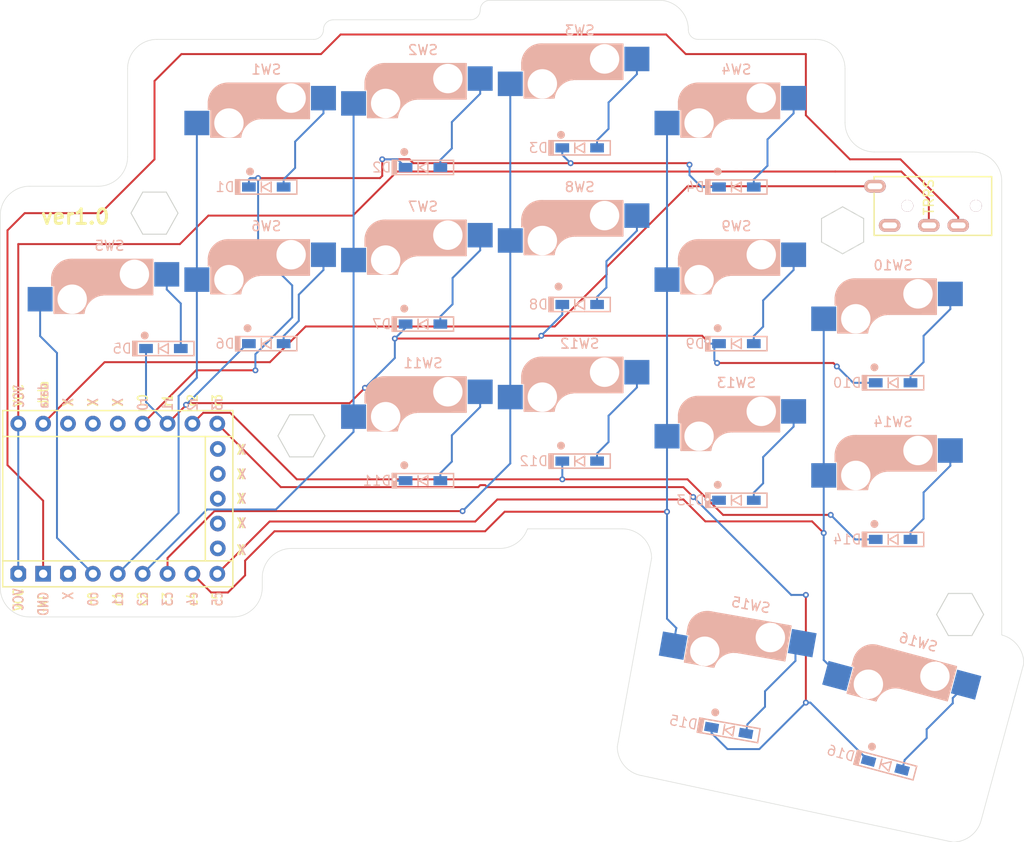
<source format=kicad_pcb>
(kicad_pcb (version 20241229) (generator "pcbnew") (generator_version "9.0")
  (layers (0 "F.Cu" signal) (2 "B.Cu" signal) (13 "F.Paste" user) (15 "B.Paste" user) (5 "F.SilkS" user "F.Silkscreen") (7 "B.SilkS" user "B.Silkscreen") (1 "F.Mask" user) (3 "B.Mask" user) (25 "Edge.Cuts" user))
  (net 0 "")
  (net 1 "row0")
  (net 2 "Net-(D1-A)")
  (net 3 "Net-(D2-A)")
  (net 4 "Net-(D3-A)")
  (net 5 "Net-(D4-A)")
  (net 6 "row1")
  (net 7 "Net-(D5-A)")
  (net 8 "Net-(D6-A)")
  (net 9 "Net-(D7-A)")
  (net 10 "Net-(D8-A)")
  (net 11 "Net-(D9-A)")
  (net 12 "Net-(D10-A)")
  (net 13 "row2")
  (net 14 "Net-(D11-A)")
  (net 15 "Net-(D12-A)")
  (net 16 "Net-(D13-A)")
  (net 17 "Net-(D14-A)")
  (net 18 "Net-(D15-A)")
  (net 19 "row3")
  (net 20 "Net-(D16-A)")
  (net 21 "data")
  (net 23 "GND")
  (net 24 "VCC")
  (net 25 "col2")
  (net 26 "col3")
  (net 27 "col4")
  (net 28 "col0")
  (net 29 "col1")
  (net 30 "col5")
  (footprint "isw-kbd:Diode_SMD" (layer "F.Cu") (at 142.158 78.08)
    (property "Reference" "D8")
    (property "Value" "D" (hide yes))
  )
  (footprint "isw-kbd:Diode_SMD" (layer "F.Cu") (at 158.158 66.08)
    (property "Reference" "D4")
    (property "Value" "D" (hide yes))
  )
  (footprint "kbd_Hole:m2_Spacer_Hole_hex" (layer "F.Cu") (at 181 109.75)
    (property "Reference" "Ref**")
    (property "Value" "Val**")
    (fp_line (start -2.4 0) (end -1.2 2.15) (stroke (width 0.1)) (layer "Edge.Cuts"))
    (fp_line (start -1.2 -2.15) (end -2.4 0) (stroke (width 0.1)) (layer "Edge.Cuts"))
    (fp_line (start -1.2 2.15) (end 1.2 2.15) (stroke (width 0.1)) (layer "Edge.Cuts"))
    (fp_line (start 1.2 -2.15) (end -1.2 -2.15) (stroke (width 0.1)) (layer "Edge.Cuts"))
    (fp_line (start 1.2 2.15) (end 2.4 0) (stroke (width 0.1)) (layer "Edge.Cuts"))
    (fp_line (start 2.4 0) (end 1.2 -2.15) (stroke (width 0.1)) (layer "Edge.Cuts"))
  )
  (footprint "takashicompany:CherryMX_Hotswap_16m" (layer "F.Cu") (at 94.158 80.08)
    (property "Reference" "SW5")
    (property "Value" "SW_PUSH" (hide yes))
  )
  (footprint "takashicompany:CherryMX_Hotswap_16m" (layer "F.Cu") (at 126.158 92.08)
    (property "Reference" "SW11")
    (property "Value" "SW_PUSH" (hide yes))
  )
  (footprint "takashicompany:CherryMX_Hotswap_16m" (layer "F.Cu") (at 142.158 74.08)
    (property "Reference" "SW8")
    (property "Value" "SW_PUSH" (hide yes))
  )
  (footprint "takashicompany:CherryMX_Hotswap_16m" (layer "F.Cu") (at 174.158 98.08)
    (property "Reference" "SW14")
    (property "Value" "SW_PUSH" (hide yes))
  )
  (footprint "takashicompany:CherryMX_Hotswap_16m" (layer "F.Cu") (at 142.158 90.08)
    (property "Reference" "SW12")
    (property "Value" "SW_PUSH" (hide yes))
  )
  (footprint "isw-kbd:Diode_SMD" (layer "F.Cu") (at 158.158 98.08)
    (property "Reference" "D13")
    (property "Value" "D" (hide yes))
  )
  (footprint "isw-kbd:Diode_SMD" (layer "F.Cu") (at 110.158 66.08)
    (property "Reference" "D1")
    (property "Value" "D" (hide yes))
  )
  (footprint "isw-kbd:Diode_SMD" (layer "F.Cu") (at 126.158 80.08)
    (property "Reference" "D7")
    (property "Value" "D" (hide yes))
  )
  (footprint "isw-kbd:Diode_SMD" (layer "F.Cu") (at 142.158 62.08)
    (property "Reference" "D3")
    (property "Value" "D" (hide yes))
  )
  (footprint "kbd_Hole:m2_Spacer_Hole_hex" (layer "F.Cu") (at 169 70.5 -90)
    (property "Reference" "Ref**")
    (property "Value" "Val**")
    (fp_line (start -1.2 2.15) (end 1.2 2.15) (stroke (width 0.1)) (layer "Edge.Cuts"))
    (fp_line (start 1.2 2.15) (end 2.4 0) (stroke (width 0.1)) (layer "Edge.Cuts"))
    (fp_line (start -2.4 0) (end -1.2 2.15) (stroke (width 0.1)) (layer "Edge.Cuts"))
    (fp_line (start 2.4 0) (end 1.2 -2.15) (stroke (width 0.1)) (layer "Edge.Cuts"))
    (fp_line (start -1.2 -2.15) (end -2.4 0) (stroke (width 0.1)) (layer "Edge.Cuts"))
    (fp_line (start 1.2 -2.15) (end -1.2 -2.15) (stroke (width 0.1)) (layer "Edge.Cuts"))
  )
  (footprint "isw-kbd:RP2040-Zero" (layer "F.Cu") (at 95 97.92 90)
    (property "Reference" "U1" (hide yes))
    (property "Value" "RP2040-Zero" (hide yes))
  )
  (footprint "kbd_Hole:m2_Spacer_Hole_hex" (layer "F.Cu") (at 113.75 91.5)
    (property "Reference" "Ref**")
    (property "Value" "Val**")
    (fp_line (start -2.4 0) (end -1.2 2.15) (stroke (width 0.1)) (layer "Edge.Cuts"))
    (fp_line (start -1.2 -2.15) (end -2.4 0) (stroke (width 0.1)) (layer "Edge.Cuts"))
    (fp_line (start -1.2 2.15) (end 1.2 2.15) (stroke (width 0.1)) (layer "Edge.Cuts"))
    (fp_line (start 1.2 -2.15) (end -1.2 -2.15) (stroke (width 0.1)) (layer "Edge.Cuts"))
    (fp_line (start 1.2 2.15) (end 2.4 0) (stroke (width 0.1)) (layer "Edge.Cuts"))
    (fp_line (start 2.4 0) (end 1.2 -2.15) (stroke (width 0.1)) (layer "Edge.Cuts"))
  )
  (footprint "takashicompany:CherryMX_Hotswap_16m" (layer "F.Cu") (at 126.158 76.08)
    (property "Reference" "SW7")
    (property "Value" "SW_PUSH" (hide yes))
  )
  (footprint "isw-kbd:Diode_SMD" (layer "F.Cu") (at 174.158 86.08)
    (property "Reference" "D10")
    (property "Value" "D" (hide yes))
  )
  (footprint "kbd_Hole:m2_Spacer_Hole_hex" (layer "F.Cu") (at 98.75 68.75)
    (property "Reference" "Ref**")
    (property "Value" "Val**")
    (fp_line (start -2.4 0) (end -1.2 2.15) (stroke (width 0.1)) (layer "Edge.Cuts"))
    (fp_line (start -1.2 -2.15) (end -2.4 0) (stroke (width 0.1)) (layer "Edge.Cuts"))
    (fp_line (start -1.2 2.15) (end 1.2 2.15) (stroke (width 0.1)) (layer "Edge.Cuts"))
    (fp_line (start 1.2 -2.15) (end -1.2 -2.15) (stroke (width 0.1)) (layer "Edge.Cuts"))
    (fp_line (start 1.2 2.15) (end 2.4 0) (stroke (width 0.1)) (layer "Edge.Cuts"))
    (fp_line (start 2.4 0) (end 1.2 -2.15) (stroke (width 0.1)) (layer "Edge.Cuts"))
  )
  (footprint "takashicompany:CherryMX_Hotswap_16m" (layer "F.Cu") (at 158.158 78.08)
    (property "Reference" "SW9")
    (property "Value" "SW_PUSH" (hide yes))
  )
  (footprint "isw-kbd:Diode_SMD" (layer "F.Cu") (at 173.3628 125.1444 -15)
    (property "Reference" "D16")
    (property "Value" "D" (hide yes))
  )
  (footprint "takashicompany:CherryMX_Hotswap_16m" (layer "F.Cu") (at 158.158 62.08)
    (property "Reference" "SW4")
    (property "Value" "SW_PUSH" (hide yes))
  )
  (footprint "takashicompany:CherryMX_Hotswap_16m" (layer "F.Cu") (at 158.158 94.08)
    (property "Reference" "SW13")
    (property "Value" "SW_PUSH" (hide yes))
  )
  (footprint "takashicompany:CherryMX_Hotswap_16m" (layer "F.Cu") (at 126.158 60.08)
    (property "Reference" "SW2")
    (property "Value" "SW_PUSH" (hide yes))
  )
  (footprint "isw-kbd:Diode_SMD" (layer "F.Cu") (at 174.158 102.08)
    (property "Reference" "D14")
    (property "Value" "D" (hide yes))
  )
  (footprint "takashicompany:CherryMX_Hotswap_16m" (layer "F.Cu") (at 110.158 78.08)
    (property "Reference" "SW6")
    (property "Value" "SW_PUSH" (hide yes))
  )
  (footprint "takashicompany:CherryMX_Hotswap_16m" (layer "F.Cu") (at 110.158 62.08)
    (property "Reference" "SW1")
    (property "Value" "SW_PUSH" (hide yes))
  )
  (footprint "takashicompany:CherryMX_Hotswap_16m" (layer "F.Cu") (at 158.2417 116.6666 -10)
    (property "Reference" "SW15")
    (property "Value" "SW_PUSH" (hide yes))
  )
  (footprint "takashicompany:CherryMX_Hotswap_16m" (layer "F.Cu") (at 142.158 58.08)
    (property "Reference" "SW3")
    (property "Value" "SW_PUSH" (hide yes))
  )
  (footprint "isw-kbd:Diode_SMD" (layer "F.Cu") (at 158.158 82.08)
    (property "Reference" "D9")
    (property "Value" "D" (hide yes))
  )
  (footprint "isw-kbd:Diode_SMD" (layer "F.Cu") (at 110.158 82.08)
    (property "Reference" "D6")
    (property "Value" "D" (hide yes))
  )
  (footprint "isw-kbd:Diode_SMD" (layer "F.Cu") (at 157.3734 121.5906 -10)
    (property "Reference" "D15")
    (property "Value" "D" (hide yes))
  )
  (footprint "isw-kbd:Diode_SMD" (layer "F.Cu") (at 126.158 64.08)
    (property "Reference" "D2")
    (property "Value" "D" (hide yes))
  )
  (footprint "isw-kbd:Diode_SMD" (layer "F.Cu") (at 126.158 96.08)
    (property "Reference" "D11")
    (property "Value" "D" (hide yes))
  )
  (footprint "takashicompany:CherryMX_Hotswap_16m" (layer "F.Cu") (at 174.158 82.08)
    (property "Reference" "SW10")
    (property "Value" "SW_PUSH" (hide yes))
  )
  (footprint "takashicompany:CherryMX_Hotswap_16m" (layer "F.Cu") (at 174.6569 120.3148 -15)
    (property "Reference" "SW16")
    (property "Value" "SW_PUSH" (hide yes))
  )
  (footprint "isw-kbd:Diode_SMD" (layer "F.Cu") (at 142.158 94.08)
    (property "Reference" "D12")
    (property "Value" "D" (hide yes))
  )
  (footprint "isw-kbd:Diode_SMD" (layer "F.Cu") (at 99.658 82.58)
    (property "Reference" "D5")
    (property "Value" "D" (hide yes))
  )
  (footprint "kbd_Parts:TRRS_MJ-4PP-9" (layer "B.Cu") (at 178.10575 68 90)
    (property "Reference" "J1")
    (property "Value" "MJ-4PP-9_BL_kai" (hide yes))
  )
  (gr_circle (center 140.25 92.5) (end 140.5 92.75) (stroke (width 0.1)) (fill yes) (layer "B.SilkS"))
  (gr_circle (center 124.25 78.5) (end 124.5 78.75) (stroke (width 0.1)) (fill yes) (layer "B.SilkS"))
  (gr_circle (center 156.25 64.5) (end 156.5 64.75) (stroke (width 0.1)) (fill yes) (layer "B.SilkS"))
  (gr_circle (center 172 123.25) (end 172.25 123.5) (stroke (width 0.1)) (fill yes) (layer "B.SilkS"))
  (gr_circle (center 140.25 60.75) (end 140.5 61) (stroke (width 0.1)) (fill yes) (layer "B.SilkS"))
  (gr_circle (center 124.25 94.5) (end 124.5 94.75) (stroke (width 0.1)) (fill yes) (layer "B.SilkS"))
  (gr_circle (center 156.25 80.5) (end 156.5 80.75) (stroke (width 0.1)) (fill yes) (layer "B.SilkS"))
  (gr_circle (center 108.25 80.5) (end 108.5 80.75) (stroke (width 0.1)) (fill yes) (layer "B.SilkS"))
  (gr_circle (center 156.25 96.5) (end 156.5 96.75) (stroke (width 0.1)) (fill yes) (layer "B.SilkS"))
  (gr_circle (center 172.25 100.5) (end 172.5 100.75) (stroke (width 0.1)) (fill yes) (layer "B.SilkS"))
  (gr_circle (center 172.25 84.5) (end 172.5 84.75) (stroke (width 0.1)) (fill yes) (layer "B.SilkS"))
  (gr_circle (center 140 76.25) (end 140.25 76.5) (stroke (width 0.1)) (fill yes) (layer "B.SilkS"))
  (gr_circle (center 108.5 64.5) (end 108.75 64.75) (stroke (width 0.1)) (fill yes) (layer "B.SilkS"))
  (gr_circle (center 156 119.75) (end 156.25 120) (stroke (width 0.1)) (fill yes) (layer "B.SilkS"))
  (gr_circle (center 124.25 62.5) (end 124.5 62.75) (stroke (width 0.1)) (fill yes) (layer "B.SilkS"))
  (gr_circle (center 97.75 81.25) (end 98 81.5) (stroke (width 0.1)) (fill yes) (layer "B.SilkS"))
  (gr_line (start 166.25 51) (end 154.25 51) (stroke (width 0.05)) (layer "Edge.Cuts"))
  (gr_arc (start 182.25 62.5) (mid 184.37132 63.37868) (end 185.25 65.5) (stroke (width 0.05)) (layer "Edge.Cuts"))
  (gr_arc (start 136.828427 101) (mid 135.732051 102.44949) (end 134 103) (stroke (width 0.05)) (layer "Edge.Cuts"))
  (gr_line (start 109.75 107) (end 109.75 106) (stroke (width 0.05)) (layer "Edge.Cuts"))
  (gr_arc (start 154.25 51) (mid 153.542893 50.707107) (end 153.25 50) (stroke (width 0.05)) (layer "Edge.Cuts"))
  (gr_line (start 146 123.25) (end 149.5 104) (stroke (width 0.05)) (layer "Edge.Cuts"))
  (gr_line (start 148.463344 126.20161) (end 180.25 133) (stroke (width 0.05)) (layer "Edge.Cuts"))
  (gr_arc (start 183.160428 130.727607) (mid 182.096237 132.364617) (end 180.25 133) (stroke (width 0.05)) (layer "Edge.Cuts"))
  (gr_arc (start 185.250002 111.845262) (mid 186.87171 112.912883) (end 187.500001 114.75) (stroke (width 0.05)) (layer "Edge.Cuts"))
  (gr_arc (start 148.463344 126.20161) (mid 146.696745 125.172243) (end 146 123.25) (stroke (width 0.05)) (layer "Edge.Cuts"))
  (gr_line (start 96 54) (end 96 63) (stroke (width 0.05)) (layer "Edge.Cuts"))
  (gr_arc (start 116 50) (mid 116.292893 49.292893) (end 117 49) (stroke (width 0.05)) (layer "Edge.Cuts"))
  (gr_arc (start 166.25 51) (mid 168.37132 51.87868) (end 169.25 54) (stroke (width 0.05)) (layer "Edge.Cuts"))
  (gr_line (start 83 69) (end 83 107) (stroke (width 0.05)) (layer "Edge.Cuts"))
  (gr_arc (start 96 63) (mid 95.12132 65.12132) (end 93 66) (stroke (width 0.05)) (layer "Edge.Cuts"))
  (gr_line (start 86 66) (end 93 66) (stroke (width 0.05)) (layer "Edge.Cuts"))
  (gr_arc (start 96 54) (mid 96.87868 51.87868) (end 99 51) (stroke (width 0.05)) (layer "Edge.Cuts"))
  (gr_line (start 185.25 65.5) (end 185.25 111.839572) (stroke (width 0.05)) (layer "Edge.Cuts"))
  (gr_arc (start 150.25 47) (mid 152.37132 47.87868) (end 153.25 50) (stroke (width 0.05)) (layer "Edge.Cuts"))
  (gr_arc (start 83 69) (mid 83.87868 66.87868) (end 86 66) (stroke (width 0.05)) (layer "Edge.Cuts"))
  (gr_arc (start 132 48) (mid 132.292893 47.292893) (end 133 47) (stroke (width 0.05)) (layer "Edge.Cuts"))
  (gr_line (start 99 51) (end 115 51) (stroke (width 0.05)) (layer "Edge.Cuts"))
  (gr_arc (start 132 48) (mid 131.707107 48.707107) (end 131 49) (stroke (width 0.05)) (layer "Edge.Cuts"))
  (gr_line (start 133 47) (end 150.25 47) (stroke (width 0.05)) (layer "Edge.Cuts"))
  (gr_arc (start 146.5 101) (mid 148.62132 101.87868) (end 149.5 104) (stroke (width 0.05)) (layer "Edge.Cuts"))
  (gr_line (start 136.828426 101) (end 146.5 101) (stroke (width 0.05)) (layer "Edge.Cuts"))
  (gr_arc (start 116 50) (mid 115.707107 50.707107) (end 115 51) (stroke (width 0.05)) (layer "Edge.Cuts"))
  (gr_line (start 183.160428 130.727604) (end 187.500001 114.75) (stroke (width 0.05)) (layer "Edge.Cuts"))
  (gr_line (start 117 49) (end 131 49) (stroke (width 0.05)) (layer "Edge.Cuts"))
  (gr_arc (start 172.25 62.5) (mid 170.12868 61.62132) (end 169.25 59.5) (stroke (width 0.05)) (layer "Edge.Cuts"))
  (gr_line (start 169.25 54) (end 169.25 59.5) (stroke (width 0.05)) (layer "Edge.Cuts"))
  (gr_line (start 172.25 62.5) (end 182.25 62.5) (stroke (width 0.05)) (layer "Edge.Cuts"))
  (gr_arc (start 109.75 107) (mid 108.87132 109.12132) (end 106.75 110) (stroke (width 0.05)) (layer "Edge.Cuts"))
  (gr_arc (start 86 110) (mid 83.87868 109.12132) (end 83 107) (stroke (width 0.05)) (layer "Edge.Cuts"))
  (gr_line (start 86 110) (end 106.75 110) (stroke (width 0.05)) (layer "Edge.Cuts"))
  (gr_arc (start 109.75 106) (mid 110.62868 103.87868) (end 112.75 103) (stroke (width 0.05)) (layer "Edge.Cuts"))
  (gr_line (start 112.75 103) (end 134 103) (stroke (width 0.05)) (layer "Edge.Cuts"))
  (gr_text "ver1.0" (at 87 70 0) (layer "F.SilkS") (effects (font (size 1.5 1.5) (thickness 0.3) (bold yes)) (justify left bottom)))
  (segment (start 122 63.25) (end 122 64.9395) (width 0.2) (layer "F.Cu") (net 1))
  (segment (start 109.0502 84.8061) (end 102.9839 84.8061) (width 0.2) (layer "F.Cu") (net 1))
  (segment (start 153.3708 63.7999) (end 153.2146 63.6437) (width 0.2) (layer "F.Cu") (net 1))
  (segment (start 153.2146 63.6437) (end 141.2343 63.6437) (width 0.2) (layer "F.Cu") (net 1))
  (segment (start 122 63.25) (end 124.7757 63.25) (width 0.2) (layer "F.Cu") (net 1))
  (segment (start 125.1694 63.6437) (end 141.2343 63.6437) (width 0.2) (layer "F.Cu") (net 1))
  (segment (start 102.9839 84.8061) (end 97.54 90.25) (width 0.2) (layer "F.Cu") (net 1))
  (segment (start 121.7708 65.1687) (end 109.3278 65.1687) (width 0.2) (layer "F.Cu") (net 1))
  (segment (start 122 64.9395) (end 121.7708 65.1687) (width 0.2) (layer "F.Cu") (net 1))
  (segment (start 124.7757 63.25) (end 125.1694 63.6437) (width 0.2) (layer "F.Cu") (net 1))
  (via (at 109.0502 84.8061) (size 0.6) (drill 0.3) (layers "F.Cu" "B.Cu") (net 1))
  (via (at 109.3278 65.1687) (size 0.6) (drill 0.3) (layers "F.Cu" "B.Cu") (net 1))
  (via (at 141.2343 63.6437) (size 0.6) (drill 0.3) (layers "F.Cu" "B.Cu") (net 1))
  (via (at 153.3708 63.7999) (size 0.6) (drill 0.3) (layers "F.Cu" "B.Cu") (net 1))
  (via (at 122 63.25) (size 0.6) (drill 0.3) (layers "F.Cu" "B.Cu") (net 1))
  (segment (start 156.383 66.08) (end 154.58 66.08) (width 0.2) (layer "B.Cu") (net 1))
  (segment (start 112.8073 79.4057) (end 109.0502 83.1628) (width 0.2) (layer "B.Cu") (net 1))
  (segment (start 108.383 65.3033) (end 108.383 66.08) (width 0.2) (layer "B.Cu") (net 1))
  (segment (start 109.3278 65.1687) (end 108.5176 65.1687) (width 0.2) (layer "B.Cu") (net 1))
  (segment (start 109.0502 83.1628) (end 109.0502 84.8061) (width 0.2) (layer "B.Cu") (net 1))
  (segment (start 109.3278 72.6531) (end 112.8073 76.1326) (width 0.2) (layer "B.Cu") (net 1))
  (segment (start 108.5176 65.1687) (end 108.383 65.3033) (width 0.2) (layer "B.Cu") (net 1))
  (segment (start 153.3708 64.8708) (end 153.3708 63.7999) (width 0.2) (layer "B.Cu") (net 1))
  (segment (start 140.383 62.08) (end 140.383 62.7558) (width 0.2) (layer "B.Cu") (net 1))
  (segment (start 123.553 63.25) (end 124.383 64.08) (width 0.2) (layer "B.Cu") (net 1))
  (segment (start 140.383 62.7558) (end 140.383 62.7924) (width 0.2) (layer "B.Cu") (net 1))
  (segment (start 109.3278 65.1687) (end 109.3278 72.6531) (width 0.2) (layer "B.Cu") (net 1))
  (segment (start 112.8073 76.1326) (end 112.8073 79.4057) (width 0.2) (layer "B.Cu") (net 1))
  (segment (start 140.383 62.7924) (end 141.2343 63.6437) (width 0.2) (layer "B.Cu") (net 1))
  (segment (start 122 63.25) (end 123.553 63.25) (width 0.2) (layer "B.Cu") (net 1))
  (segment (start 154.58 66.08) (end 153.3708 64.8708) (width 0.2) (layer "B.Cu") (net 1))
  (segment (start 111.933 66.08) (end 111.933 65.3033) (width 0.2) (layer "B.Cu") (net 2))
  (segment (start 113.1065 61.4452) (end 116 58.5517) (width 0.2) (layer "B.Cu") (net 2))
  (segment (start 113.1065 64.1298) (end 113.1065 61.4452) (width 0.2) (layer "B.Cu") (net 2))
  (segment (start 116 57) (end 116 58.5517) (width 0.2) (layer "B.Cu") (net 2))
  (segment (start 111.933 65.3033) (end 113.1065 64.1298) (width 0.2) (layer "B.Cu") (net 2))
  (segment (start 127.933 63.3033) (end 129.1065 62.1298) (width 0.2) (layer "B.Cu") (net 3))
  (segment (start 129.1065 59.4452) (end 132 56.5517) (width 0.2) (layer "B.Cu") (net 3))
  (segment (start 132 55) (end 132 56.5517) (width 0.2) (layer "B.Cu") (net 3))
  (segment (start 129.1065 62.1298) (end 129.1065 59.4452) (width 0.2) (layer "B.Cu") (net 3))
  (segment (start 127.933 64.08) (end 127.933 63.3033) (width 0.2) (layer "B.Cu") (net 3))
  (segment (start 148 53) (end 148 54.5517) (width 0.2) (layer "B.Cu") (net 4))
  (segment (start 145.1065 60.1298) (end 145.1065 57.4452) (width 0.2) (layer "B.Cu") (net 4))
  (segment (start 143.933 62.08) (end 143.933 61.3033) (width 0.2) (layer "B.Cu") (net 4))
  (segment (start 143.933 61.3033) (end 145.1065 60.1298) (width 0.2) (layer "B.Cu") (net 4))
  (segment (start 145.1065 57.4452) (end 148 54.5517) (width 0.2) (layer "B.Cu") (net 4))
  (segment (start 161.3328 63.9035) (end 159.933 65.3033) (width 0.2) (layer "B.Cu") (net 5))
  (segment (start 159.933 66.08) (end 159.933 65.3033) (width 0.2) (layer "B.Cu") (net 5))
  (segment (start 161.3328 61.2189) (end 161.3328 63.9035) (width 0.2) (layer "B.Cu") (net 5))
  (segment (start 164 58.5517) (end 161.3328 61.2189) (width 0.2) (layer "B.Cu") (net 5))
  (segment (start 164 57) (end 164 58.5517) (width 0.2) (layer "B.Cu") (net 5))
  (segment (start 118.6734 88.1594) (end 102.1439 88.1594) (width 0.2) (layer "F.Cu") (net 6))
  (segment (start 168.0623 84.059) (end 168.4133 84.41) (width 0.2) (layer "F.Cu") (net 6))
  (segment (start 102.1439 88.1594) (end 101.9713 88.332) (width 0.2) (layer "F.Cu") (net 6))
  (segment (start 137.9531 81.5612) (end 123.2853 81.5612) (width 0.2) (layer "F.Cu") (net 6))
  (segment (start 101.9712 88.3588) (end 101.9712 88.332) (width 0.2) (layer "F.Cu") (net 6))
  (segment (start 138.2428 81.2715) (end 137.9531 81.5612) (width 0.2) (layer "F.Cu") (net 6))
  (segment (start 101.9712 88.332) (end 101.9713 88.332) (width 0.2) (layer "F.Cu") (net 6))
  (segment (start 100.08 90.25) (end 101.9712 88.3588) (width 0.2) (layer "F.Cu") (net 6))
  (segment (start 154.6528 81.2715) (end 138.2428 81.2715) (width 0.2) (layer "F.Cu") (net 6))
  (segment (start 155.2145 81.8332) (end 154.6528 81.2715) (width 0.2) (layer "F.Cu") (net 6))
  (segment (start 156.1918 84.059) (end 168.0623 84.059) (width 0.2) (layer "F.Cu") (net 6))
  (segment (start 120.2329 86.5999) (end 118.6734 88.1594) (width 0.2) (layer "F.Cu") (net 6))
  (via (at 168.4133 84.41) (size 0.6) (drill 0.3) (layers "F.Cu" "B.Cu") (net 6))
  (via (at 101.9713 88.332) (size 0.6) (drill 0.3) (layers "F.Cu" "B.Cu") (net 6))
  (via (at 155.2145 81.8332) (size 0.6) (drill 0.3) (layers "F.Cu" "B.Cu") (net 6))
  (via (at 138.2428 81.2715) (size 0.6) (drill 0.3) (layers "F.Cu" "B.Cu") (net 6))
  (via (at 120.2329 86.5999) (size 0.6) (drill 0.3) (layers "F.Cu" "B.Cu") (net 6))
  (via (at 123.2853 81.5612) (size 0.6) (drill 0.3) (layers "F.Cu" "B.Cu") (net 6))
  (via (at 156.1918 84.059) (size 0.6) (drill 0.3) (layers "F.Cu" "B.Cu") (net 6))
  (segment (start 156.383 82.08) (end 155.9072 82.08) (width 0.2) (layer "B.Cu") (net 6))
  (segment (start 155.4613 82.08) (end 155.2145 81.8332) (width 0.2) (layer "B.Cu") (net 6))
  (segment (start 124.383 80.4635) (end 123.2853 81.5612) (width 0.2) (layer "B.Cu") (net 6))
  (segment (start 140.383 79.117) (end 138.2428 81.2572) (width 0.2) (layer "B.Cu") (net 6))
  (segment (start 155.9072 83.7744) (end 156.1918 84.059) (width 0.2) (layer "B.Cu") (net 6))
  (segment (start 172.383 86.08) (end 170.0833 86.08) (width 0.2) (layer "B.Cu") (net 6))
  (segment (start 97.883 88.053) (end 100.08 90.25) (width 0.2) (layer "B.Cu") (net 6))
  (segment (start 97.883 82.58) (end 97.883 88.053) (width 0.2) (layer "B.Cu") (net 6))
  (segment (start 155.9072 82.08) (end 155.4613 82.08) (width 0.2) (layer "B.Cu") (net 6))
  (segment (start 123.2853 83.5475) (end 120.2329 86.5999) (width 0.2) (layer "B.Cu") (net 6))
  (segment (start 138.2428 81.2572) (end 138.2428 81.2715) (width 0.2) (layer "B.Cu") (net 6))
  (segment (start 124.383 80.08) (end 124.383 80.4635) (width 0.2) (layer "B.Cu") (net 6))
  (segment (start 155.9072 82.08) (end 155.9072 83.7744) (width 0.2) (layer "B.Cu") (net 6))
  (segment (start 170.0833 86.08) (end 168.4133 84.41) (width 0.2) (layer "B.Cu") (net 6))
  (segment (start 108.2233 82.08) (end 108.383 82.08) (width 0.2) (layer "B.Cu") (net 6))
  (segment (start 101.9713 88.332) (end 108.2233 82.08) (width 0.2) (layer "B.Cu") (net 6))
  (segment (start 123.2853 81.5612) (end 123.2853 83.5475) (width 0.2) (layer "B.Cu") (net 6))
  (segment (start 140.383 78.08) (end 140.383 79.117) (width 0.2) (layer "B.Cu") (net 6))
  (segment (start 101.433 77.9847) (end 100 76.5517) (width 0.2) (layer "B.Cu") (net 7))
  (segment (start 100 75) (end 100 76.5517) (width 0.2) (layer "B.Cu") (net 7))
  (segment (start 101.433 82.58) (end 101.433 77.9847) (width 0.2) (layer "B.Cu") (net 7))
  (segment (start 116 73) (end 116 74.5517) (width 0.2) (layer "B.Cu") (net 8))
  (segment (start 111.933 82.08) (end 111.933 81.3033) (width 0.2) (layer "B.Cu") (net 8))
  (segment (start 113.4797 79.7566) (end 113.4797 77.072) (width 0.2) (layer "B.Cu") (net 8))
  (segment (start 113.4797 77.072) (end 116 74.5517) (width 0.2) (layer "B.Cu") (net 8))
  (segment (start 111.933 81.3033) (end 113.4797 79.7566) (width 0.2) (layer "B.Cu") (net 8))
  (segment (start 132 71) (end 132 72.5517) (width 0.2) (layer "B.Cu") (net 9))
  (segment (start 129.1824 75.3693) (end 129.1824 78.0539) (width 0.2) (layer "B.Cu") (net 9))
  (segment (start 127.933 80.08) (end 127.933 79.3033) (width 0.2) (layer "B.Cu") (net 9))
  (segment (start 132 72.5517) (end 129.1824 75.3693) (width 0.2) (layer "B.Cu") (net 9))
  (segment (start 129.1824 78.0539) (end 127.933 79.3033) (width 0.2) (layer "B.Cu") (net 9))
  (segment (start 148 69) (end 148 70.5517) (width 0.2) (layer "B.Cu") (net 10))
  (segment (start 148 70.5517) (end 144.8887 73.663) (width 0.2) (layer "B.Cu") (net 10))
  (segment (start 144.8887 73.663) (end 144.8887 76.3476) (width 0.2) (layer "B.Cu") (net 10))
  (segment (start 143.933 78.08) (end 143.933 77.3033) (width 0.2) (layer "B.Cu") (net 10))
  (segment (start 144.8887 76.3476) (end 143.933 77.3033) (width 0.2) (layer "B.Cu") (net 10))
  (segment (start 160.8887 80.3476) (end 159.933 81.3033) (width 0.2) (layer "B.Cu") (net 11))
  (segment (start 159.933 82.08) (end 159.933 81.3033) (width 0.2) (layer "B.Cu") (net 11))
  (segment (start 164 73) (end 164 74.5517) (width 0.2) (layer "B.Cu") (net 11))
  (segment (start 160.8887 77.663) (end 160.8887 80.3476) (width 0.2) (layer "B.Cu") (net 11))
  (segment (start 164 74.5517) (end 160.8887 77.663) (width 0.2) (layer "B.Cu") (net 11))
  (segment (start 177.2698 83.9665) (end 175.933 85.3033) (width 0.2) (layer "B.Cu") (net 12))
  (segment (start 177.2698 81.2819) (end 177.2698 83.9665) (width 0.2) (layer "B.Cu") (net 12))
  (segment (start 180 78.5517) (end 177.2698 81.2819) (width 0.2) (layer "B.Cu") (net 12))
  (segment (start 175.933 86.08) (end 175.933 85.3033) (width 0.2) (layer "B.Cu") (net 12))
  (segment (start 180 77) (end 180 78.5517) (width 0.2) (layer "B.Cu") (net 12))
  (segment (start 140.3858 95.9437) (end 153.1657 95.9437) (width 0.2) (layer "F.Cu") (net 13))
  (segment (start 113.2838 95.9437) (end 106.4884 89.1483) (width 0.2) (layer "F.Cu") (net 13))
  (segment (start 153.1657 95.9437) (end 155.2145 97.9925) (width 0.2) (layer "F.Cu") (net 13))
  (segment (start 140.3858 95.9437) (end 123.2255 95.9437) (width 0.2) (layer "F.Cu") (net 13))
  (segment (start 123.2255 95.9437) (end 113.2838 95.9437) (width 0.2) (layer "F.Cu") (net 13))
  (segment (start 156.7996 99.5776) (end 155.2145 97.9925) (width 0.2) (layer "F.Cu") (net 13))
  (segment (start 167.7891 99.5776) (end 156.7996 99.5776) (width 0.2) (layer "F.Cu") (net 13))
  (segment (start 106.4884 89.1483) (end 103.7217 89.1483) (width 0.2) (layer "F.Cu") (net 13))
  (segment (start 103.7217 89.1483) (end 102.62 90.25) (width 0.2) (layer "F.Cu") (net 13))
  (via (at 167.7891 99.5776) (size 0.6) (drill 0.3) (layers "F.Cu" "B.Cu") (net 13))
  (via (at 123.2255 95.9437) (size 0.6) (drill 0.3) (layers "F.Cu" "B.Cu") (net 13))
  (via (at 140.3858 95.9437) (size 0.6) (drill 0.3) (layers "F.Cu" "B.Cu") (net 13))
  (via (at 155.2145 97.9925) (size 0.6) (drill 0.3) (layers "F.Cu" "B.Cu") (net 13))
  (segment (start 156.383 98.08) (end 155.4313 98.08) (width 0.2) (layer "B.Cu") (net 13))
  (segment (start 140.383 94.08) (end 140.383 94.8567) (width 0.2) (layer "B.Cu") (net 13))
  (segment (start 155.2145 97.9925) (end 155.3438 97.9925) (width 0.2) (layer "B.Cu") (net 13))
  (segment (start 123.295 95.9437) (end 123.4313 96.08) (width 0.2) (layer "B.Cu") (net 13))
  (segment (start 140.3858 94.8595) (end 140.3858 95.9437) (width 0.2) (layer "B.Cu") (net 13))
  (segment (start 170.2915 102.08) (end 167.7891 99.5776) (width 0.2) (layer "B.Cu") (net 13))
  (segment (start 124.383 96.08) (end 123.4313 96.08) (width 0.2) (layer "B.Cu") (net 13))
  (segment (start 172.383 102.08) (end 170.2915 102.08) (width 0.2) (layer "B.Cu") (net 13))
  (segment (start 123.2255 95.9437) (end 123.295 95.9437) (width 0.2) (layer "B.Cu") (net 13))
  (segment (start 155.3438 97.9925) (end 155.4313 98.08) (width 0.2) (layer "B.Cu") (net 13))
  (segment (start 140.383 94.8567) (end 140.3858 94.8595) (width 0.2) (layer "B.Cu") (net 13))
  (segment (start 127.933 96.08) (end 127.933 95.3033) (width 0.2) (layer "B.Cu") (net 14))
  (segment (start 127.933 95.3033) (end 129.1065 94.1298) (width 0.2) (layer "B.Cu") (net 14))
  (segment (start 132 87) (end 132 88.5517) (width 0.2) (layer "B.Cu") (net 14))
  (segment (start 129.1065 94.1298) (end 129.1065 91.4452) (width 0.2) (layer "B.Cu") (net 14))
  (segment (start 129.1065 91.4452) (end 132 88.5517) (width 0.2) (layer "B.Cu") (net 14))
  (segment (start 145.1065 89.4452) (end 148 86.5517) (width 0.2) (layer "B.Cu") (net 15))
  (segment (start 148 85) (end 148 86.5517) (width 0.2) (layer "B.Cu") (net 15))
  (segment (start 143.933 93.3033) (end 145.1065 92.1298) (width 0.2) (layer "B.Cu") (net 15))
  (segment (start 145.1065 92.1298) (end 145.1065 89.4452) (width 0.2) (layer "B.Cu") (net 15))
  (segment (start 143.933 94.08) (end 143.933 93.3033) (width 0.2) (layer "B.Cu") (net 15))
  (segment (start 164 89) (end 164 90.5517) (width 0.2) (layer "B.Cu") (net 16))
  (segment (start 164 90.5517) (end 160.8887 93.663) (width 0.2) (layer "B.Cu") (net 16))
  (segment (start 160.8887 93.663) (end 160.8887 96.3476) (width 0.2) (layer "B.Cu") (net 16))
  (segment (start 160.8887 96.3476) (end 159.933 97.3033) (width 0.2) (layer "B.Cu") (net 16))
  (segment (start 159.933 98.08) (end 159.933 97.3033) (width 0.2) (layer "B.Cu") (net 16))
  (segment (start 180 94.5517) (end 177.2698 97.2819) (width 0.2) (layer "B.Cu") (net 17))
  (segment (start 177.2698 97.2819) (end 177.2698 99.9665) (width 0.2) (layer "B.Cu") (net 17))
  (segment (start 180 93) (end 180 94.5517) (width 0.2) (layer "B.Cu") (net 17))
  (segment (start 175.933 102.08) (end 175.933 101.3033) (width 0.2) (layer "B.Cu") (net 17))
  (segment (start 177.2698 99.9665) (end 175.933 101.3033) (width 0.2) (layer "B.Cu") (net 17))
  (segment (start 164.1884 113.3669) (end 164.1884 114.4802) (width 0.2) (layer "B.Cu") (net 18))
  (segment (start 161.0799 119.1741) (end 159.2854 120.9686) (width 0.2) (layer "B.Cu") (net 18))
  (segment (start 164.8771 112.6782) (end 164.1884 113.3669) (width 0.2) (layer "B.Cu") (net 18))
  (segment (start 161.0799 117.5887) (end 161.0799 119.1741) (width 0.2) (layer "B.Cu") (net 18))
  (segment (start 164.1884 114.4802) (end 161.0799 117.5887) (width 0.2) (layer "B.Cu") (net 18))
  (segment (start 159.2854 120.9686) (end 159.1214 121.8988) (width 0.2) (layer "B.Cu") (net 18))
  (segment (start 153.75 97.75) (end 152.7368 96.7368) (width 0.2) (layer "F.Cu") (net 19))
  (segment (start 165.25 107.75) (end 165.25 118.75) (width 0.2) (layer "F.Cu") (net 19))
  (segment (start 111.6468 96.7368) (end 105.16 90.25) (width 0.2) (layer "F.Cu") (net 19))
  (segment (start 132.509 96.5317) (end 132.0107 96.5317) (width 0.2) (layer "F.Cu") (net 19))
  (segment (start 132.0107 96.5317) (end 131.8056 96.7368) (width 0.2) (layer "F.Cu") (net 19))
  (segment (start 152.7368 96.7368) (end 132.7141 96.7368) (width 0.2) (layer "F.Cu") (net 19))
  (segment (start 132.7141 96.7368) (end 132.509 96.5317) (width 0.2) (layer "F.Cu") (net 19))
  (segment (start 131.8056 96.7368) (end 111.6468 96.7368) (width 0.2) (layer "F.Cu") (net 19))
  (via (at 165.25 118.75) (size 0.6) (drill 0.3) (layers "F.Cu" "B.Cu") (net 19))
  (via (at 165.25 107.75) (size 0.6) (drill 0.3) (layers "F.Cu" "B.Cu") (net 19))
  (via (at 153.75 97.75) (size 0.6) (drill 0.3) (layers "F.Cu" "B.Cu") (net 19))
  (segment (start 163.75 107.75) (end 165.25 107.75) (width 0.2) (layer "B.Cu") (net 19))
  (segment (start 155.625366 121.875366) (end 155.625366 121.282373) (width 0.2) (layer "B.Cu") (net 19))
  (segment (start 160.5 123.5) (end 157.25 123.5) (width 0.2) (layer "B.Cu") (net 19))
  (segment (start 165.25 118.75) (end 165.713289 118.75) (width 0.2) (layer "B.Cu") (net 19))
  (segment (start 165.25 118.75) (end 160.5 123.5) (width 0.2) (layer "B.Cu") (net 19))
  (segment (start 153.75 97.75) (end 163.75 107.75) (width 0.2) (layer "B.Cu") (net 19))
  (segment (start 165.713289 118.75) (end 171.648284 124.684995) (width 0.2) (layer "B.Cu") (net 19))
  (segment (start 157.25 123.5) (end 155.625366 121.875366) (width 0.2) (layer "B.Cu") (net 19))
  (segment (start 177.584 121.474) (end 177.584 122.3676) (width 0.2) (layer "B.Cu") (net 20))
  (segment (start 177.584 122.3676) (end 175.3443 124.6073) (width 0.2) (layer "B.Cu") (net 20))
  (segment (start 181.6146 116.9199) (end 180.25 118.2845) (width 0.2) (layer "B.Cu") (net 20))
  (segment (start 175.3443 124.6073) (end 175.0773 125.6038) (width 0.2) (layer "B.Cu") (net 20))
  (segment (start 180.2312 118.8268) (end 177.584 121.474) (width 0.2) (layer "B.Cu") (net 20))
  (segment (start 180.25 118.2845) (end 180.25 118.8268) (width 0.2) (layer "B.Cu") (net 20))
  (segment (start 180.25 118.8268) (end 180.2312 118.8268) (width 0.2) (layer "B.Cu") (net 20))
  (segment (start 144.9143 75.0182) (end 144.9143 74.2628) (width 0.2) (layer "F.Cu") (net 21))
  (segment (start 139.6034 80.3291) (end 144.9143 75.0182) (width 0.2) (layer "F.Cu") (net 21))
  (segment (start 87.38 90.25) (end 93.6577 83.9723) (width 0.2) (layer "F.Cu") (net 21))
  (segment (start 153.1771 66) (end 172.30575 66) (width 0.2) (layer "F.Cu") (net 21))
  (segment (start 114.1762 80.3291) (end 139.6034 80.3291) (width 0.2) (layer "F.Cu") (net 21))
  (segment (start 144.9143 74.2628) (end 153.1771 66) (width 0.2) (layer "F.Cu") (net 21))
  (segment (start 93.6577 83.9723) (end 110.533 83.9723) (width 0.2) (layer "F.Cu") (net 21))
  (segment (start 110.533 83.9723) (end 114.1762 80.3291) (width 0.2) (layer "F.Cu") (net 21))
  (segment (start 101.5 52.5) (end 115.75 52.5) (width 0.2) (layer "F.Cu") (net 23))
  (segment (start 169.75 63.25) (end 174.90575 63.25) (width 0.2) (layer "F.Cu") (net 23))
  (segment (start 152.99111 52.5) (end 165.25 52.5) (width 0.2) (layer "F.Cu") (net 23))
  (segment (start 115.75 52.5) (end 117.75 50.5) (width 0.2) (layer "F.Cu") (net 23))
  (segment (start 83.739 70.511) (end 85.5 68.75) (width 0.2) (layer "F.Cu") (net 23))
  (segment (start 83.739 94.489) (end 83.739 70.511) (width 0.2) (layer "F.Cu") (net 23))
  (segment (start 87.38 98.13) (end 83.739 94.489) (width 0.2) (layer "F.Cu") (net 23))
  (segment (start 180.80575 69.15) (end 180.80575 70) (width 0.2) (layer "F.Cu") (net 23))
  (segment (start 174.90575 63.25) (end 180.80575 69.15) (width 0.2) (layer "F.Cu") (net 23))
  (segment (start 165.25 58.75) (end 169.75 63.25) (width 0.2) (layer "F.Cu") (net 23))
  (segment (start 87.38 105.59) (end 87.38 98.13) (width 0.2) (layer "F.Cu") (net 23))
  (segment (start 150.99111 50.5) (end 152.99111 52.5) (width 0.2) (layer "F.Cu") (net 23))
  (segment (start 98.75 55.25) (end 101.5 52.5) (width 0.2) (layer "F.Cu") (net 23))
  (segment (start 117.75 50.5) (end 150.99111 50.5) (width 0.2) (layer "F.Cu") (net 23))
  (segment (start 165.25 52.5) (end 165.25 58.75) (width 0.2) (layer "F.Cu") (net 23))
  (segment (start 85.5 68.75) (end 93.25 68.75) (width 0.2) (layer "F.Cu") (net 23))
  (segment (start 98.75 63.25) (end 98.75 55.25) (width 0.2) (layer "F.Cu") (net 23))
  (segment (start 93.25 68.75) (end 98.75 63.25) (width 0.2) (layer "F.Cu") (net 23))
  (segment (start 177.80575 67.30575) (end 177.80575 70) (width 0.2) (layer "F.Cu") (net 24))
  (segment (start 104.25 69) (end 119 69) (width 0.2) (layer "F.Cu") (net 24))
  (segment (start 119 69) (end 123.5 64.5) (width 0.2) (layer "F.Cu") (net 24))
  (segment (start 123.5 64.5) (end 168.25 64.5) (width 0.2) (layer "F.Cu") (net 24))
  (segment (start 101.34 71.91) (end 104.25 69) (width 0.2) (layer "F.Cu") (net 24))
  (segment (start 175 64.5) (end 177.80575 67.30575) (width 0.2) (layer "F.Cu") (net 24))
  (segment (start 84.84 90.25) (end 84.84 71.91) (width 0.2) (layer "F.Cu") (net 24))
  (segment (start 168.25 64.5) (end 175 64.5) (width 0.2) (layer "F.Cu") (net 24))
  (segment (start 84.84 71.91) (end 101.34 71.91) (width 0.2) (layer "F.Cu") (net 24))
  (segment (start 84.84 90.25) (end 84.84 105.59) (width 0.2) (layer "B.Cu") (net 24))
  (segment (start 119.073 87.9788) (end 119.073 89.54) (width 0.2) (layer "B.Cu") (net 25))
  (segment (start 111.143 99.0217) (end 104.1083 99.0217) (width 0.2) (layer "B.Cu") (net 25))
  (segment (start 119.073 87.1198) (end 119.073 87.1611) (width 0.2) (layer "B.Cu") (net 25))
  (segment (start 119.073 87.1611) (end 119.073 87.9788) (width 0.2) (layer "B.Cu") (net 25))
  (segment (start 119.073 91.0917) (end 111.143 99.0217) (width 0.2) (layer "B.Cu") (net 25))
  (segment (start 119.073 73.54) (end 119.073 87.1198) (width 0.2) (layer "B.Cu") (net 25))
  (segment (start 119.073 89.54) (end 119.073 91.0917) (width 0.2) (layer "B.Cu") (net 25))
  (segment (start 119.073 73.54) (end 119.073 57.54) (width 0.2) (layer "B.Cu") (net 25))
  (segment (start 104.1083 99.0217) (end 97.54 105.59) (width 0.2) (layer "B.Cu") (net 25))
  (segment (start 130.2032 99.19) (end 104.8667 99.19) (width 0.2) (layer "F.Cu") (net 26))
  (segment (start 100.08 103.9767) (end 100.08 105.59) (width 0.2) (layer "F.Cu") (net 26))
  (segment (start 104.8667 99.19) (end 100.08 103.9767) (width 0.2) (layer "F.Cu") (net 26))
  (via (at 130.2032 99.19) (size 0.6) (drill 0.3) (layers "F.Cu" "B.Cu") (net 26))
  (segment (start 135.073 94.3202) (end 135.073 87.54) (width 0.2) (layer "B.Cu") (net 26))
  (segment (start 135.073 55.54) (end 135.073 71.54) (width 0.2) (layer "B.Cu") (net 26))
  (segment (start 135.073 71.54) (end 135.073 87.54) (width 0.2) (layer "B.Cu") (net 26))
  (segment (start 130.2032 99.19) (end 135.073 94.3202) (width 0.2) (layer "B.Cu") (net 26))
  (segment (start 102.62 105.59) (end 104.53 107.5) (width 0.2) (layer "F.Cu") (net 27))
  (segment (start 104.53 107.5) (end 106.25 107.5) (width 0.2) (layer "F.Cu") (net 27))
  (segment (start 111 101.25) (end 132.5 101.25) (width 0.2) (layer "F.Cu") (net 27))
  (segment (start 134.5 99.25) (end 151.073 99.25) (width 0.2) (layer "F.Cu") (net 27))
  (segment (start 106.25 107.5) (end 108 105.75) (width 0.2) (layer "F.Cu") (net 27))
  (segment (start 108 105.75) (end 108 104.25) (width 0.2) (layer "F.Cu") (net 27))
  (segment (start 132.5 101.25) (end 134.5 99.25) (width 0.2) (layer "F.Cu") (net 27))
  (segment (start 108 104.25) (end 111 101.25) (width 0.2) (layer "F.Cu") (net 27))
  (via (at 151.073 99.25) (size 0.6) (drill 0.3) (layers "F.Cu" "B.Cu") (net 27))
  (segment (start 151.073 110.1829) (end 152.023 111.1329) (width 0.2) (layer "B.Cu") (net 27))
  (segment (start 151.073 74.9531) (end 151.073 59.54) (width 0.2) (layer "B.Cu") (net 27))
  (segment (start 151.073 75.54) (end 151.073 74.9531) (width 0.2) (layer "B.Cu") (net 27))
  (segment (start 151.073 99.25) (end 151.073 110.1829) (width 0.2) (layer "B.Cu") (net 27))
  (segment (start 151.073 99.25) (end 151.073 91.54) (width 0.2) (layer "B.Cu") (net 27))
  (segment (start 151.073 74.9531) (end 151.073 89.9883) (width 0.2) (layer "B.Cu") (net 27))
  (segment (start 152.0231 111.1329) (end 151.7054 112.9349) (width 0.2) (layer "B.Cu") (net 27))
  (segment (start 152.023 111.1329) (end 152.0231 111.1329) (width 0.2) (layer "B.Cu") (net 27))
  (segment (start 151.073 91.54) (end 151.073 89.9883) (width 0.2) (layer "B.Cu") (net 27))
  (segment (start 88.7916 101.9216) (end 88.7916 83.0307) (width 0.2) (layer "B.Cu") (net 28))
  (segment (start 92.46 105.59) (end 88.7916 101.9216) (width 0.2) (layer "B.Cu") (net 28))
  (segment (start 88.7916 83.0307) (end 87.073 81.3121) (width 0.2) (layer "B.Cu") (net 28))
  (segment (start 87.073 81.3121) (end 87.073 77.54) (width 0.2) (layer "B.Cu") (net 28))
  (segment (start 101.2085 87.4353) (end 103.073 85.5708) (width 0.2) (layer "B.Cu") (net 29))
  (segment (start 95 105.59) (end 101.2085 99.3815) (width 0.2) (layer "B.Cu") (net 29))
  (segment (start 103.073 85.5708) (end 103.073 75.54) (width 0.2) (layer "B.Cu") (net 29))
  (segment (start 103.073 59.54) (end 103.073 75.54) (width 0.2) (layer "B.Cu") (net 29))
  (segment (start 101.2085 99.3815) (end 101.2085 87.4353) (width 0.2) (layer "B.Cu") (net 29))
  (segment (start 165.8862 100.2385) (end 167.073 101.4253) (width 0.2) (layer "F.Cu") (net 30))
  (segment (start 110.5 100.25) (end 131.5 100.25) (width 0.2) (layer "F.Cu") (net 30))
  (segment (start 152.75 98) (end 154.9885 100.2385) (width 0.2) (layer "F.Cu") (net 30))
  (segment (start 133.75 98) (end 152.75 98) (width 0.2) (layer "F.Cu") (net 30))
  (segment (start 154.9885 100.2385) (end 165.8862 100.2385) (width 0.2) (layer "F.Cu") (net 30))
  (segment (start 105.16 105.59) (end 110.5 100.25) (width 0.2) (layer "F.Cu") (net 30))
  (segment (start 131.5 100.25) (end 133.75 98) (width 0.2) (layer "F.Cu") (net 30))
  (via (at 167.073 101.4253) (size 0.6) (drill 0.3) (layers "F.Cu" "B.Cu") (net 30))
  (segment (start 167.073 114.3992) (end 167.073 101.4253) (width 0.2) (layer "B.Cu") (net 30))
  (segment (start 168.4707 116.0276) (end 168.470707 115.796907) (width 0.2) (layer "B.Cu") (net 30))
  (segment (start 167.073 101.4253) (end 167.073 95.54) (width 0.2) (layer "B.Cu") (net 30))
  (segment (start 168.470707 115.796907) (end 167.073 114.3992) (width 0.2) (layer "B.Cu") (net 30))
  (segment (start 167.073 79.54) (end 167.073 95.54) (width 0.2) (layer "B.Cu") (net 30))
)
</source>
